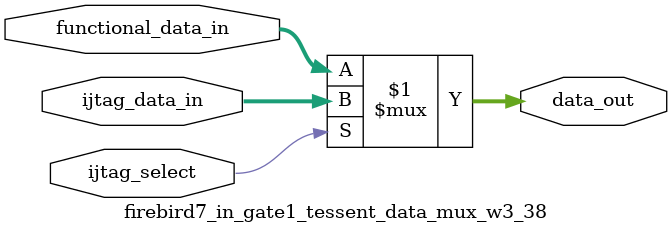
<source format=sv>

module firebird7_in_gate1_tessent_data_mux_w3_38 (
  input wire ijtag_select,
  input wire [2:0]  functional_data_in,
  input wire [2:0]  ijtag_data_in,
  output wire [2:0] data_out
);
assign data_out = (ijtag_select) ? ijtag_data_in : functional_data_in;
endmodule

</source>
